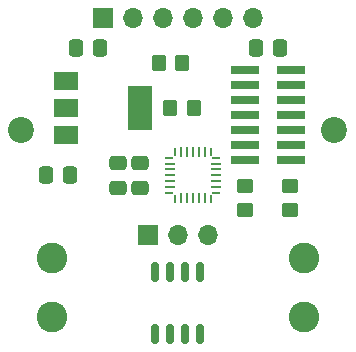
<source format=gts>
G04 #@! TF.GenerationSoftware,KiCad,Pcbnew,(6.0.7)*
G04 #@! TF.CreationDate,2022-10-10T17:08:23+03:00*
G04 #@! TF.ProjectId,DiLight_2.0,44694c69-6768-4745-9f32-2e302e6b6963,rev?*
G04 #@! TF.SameCoordinates,Original*
G04 #@! TF.FileFunction,Soldermask,Top*
G04 #@! TF.FilePolarity,Negative*
%FSLAX46Y46*%
G04 Gerber Fmt 4.6, Leading zero omitted, Abs format (unit mm)*
G04 Created by KiCad (PCBNEW (6.0.7)) date 2022-10-10 17:08:23*
%MOMM*%
%LPD*%
G01*
G04 APERTURE LIST*
G04 Aperture macros list*
%AMRoundRect*
0 Rectangle with rounded corners*
0 $1 Rounding radius*
0 $2 $3 $4 $5 $6 $7 $8 $9 X,Y pos of 4 corners*
0 Add a 4 corners polygon primitive as box body*
4,1,4,$2,$3,$4,$5,$6,$7,$8,$9,$2,$3,0*
0 Add four circle primitives for the rounded corners*
1,1,$1+$1,$2,$3*
1,1,$1+$1,$4,$5*
1,1,$1+$1,$6,$7*
1,1,$1+$1,$8,$9*
0 Add four rect primitives between the rounded corners*
20,1,$1+$1,$2,$3,$4,$5,0*
20,1,$1+$1,$4,$5,$6,$7,0*
20,1,$1+$1,$6,$7,$8,$9,0*
20,1,$1+$1,$8,$9,$2,$3,0*%
%AMFreePoly0*
4,1,14,0.230680,0.111820,0.364320,-0.021821,0.377500,-0.053642,0.377500,-0.080000,0.364320,-0.111820,0.332500,-0.125000,-0.332500,-0.125000,-0.364320,-0.111820,-0.377500,-0.080000,-0.377500,0.080000,-0.364320,0.111820,-0.332500,0.125000,0.198860,0.125000,0.230680,0.111820,0.230680,0.111820,$1*%
%AMFreePoly1*
4,1,14,0.364320,0.111820,0.377500,0.080000,0.377501,0.053640,0.364318,0.021819,0.230680,-0.111820,0.198860,-0.125000,-0.332500,-0.125000,-0.364320,-0.111820,-0.377500,-0.080000,-0.377500,0.080000,-0.364320,0.111820,-0.332500,0.125000,0.332500,0.125000,0.364320,0.111820,0.364320,0.111820,$1*%
%AMFreePoly2*
4,1,15,0.053642,0.377500,0.080000,0.377500,0.111820,0.364320,0.125000,0.332500,0.125000,-0.332500,0.111820,-0.364320,0.080000,-0.377500,-0.080000,-0.377500,-0.111820,-0.364320,-0.125000,-0.332500,-0.125000,0.198860,-0.111820,0.230680,0.021820,0.364320,0.053640,0.377501,0.053642,0.377500,0.053642,0.377500,$1*%
%AMFreePoly3*
4,1,14,-0.021820,0.364320,0.111820,0.230679,0.125000,0.198858,0.125000,-0.332500,0.111820,-0.364320,0.080000,-0.377500,-0.080000,-0.377500,-0.111820,-0.364320,-0.125000,-0.332500,-0.125000,0.332500,-0.111820,0.364320,-0.080000,0.377500,-0.053640,0.377500,-0.021820,0.364320,-0.021820,0.364320,$1*%
%AMFreePoly4*
4,1,14,0.364320,0.111820,0.377500,0.080000,0.377500,-0.080000,0.364320,-0.111820,0.332500,-0.125000,-0.198860,-0.125001,-0.230681,-0.111818,-0.364320,0.021820,-0.377500,0.053640,-0.377500,0.080000,-0.364320,0.111820,-0.332500,0.125000,0.332500,0.125000,0.364320,0.111820,0.364320,0.111820,$1*%
%AMFreePoly5*
4,1,15,-0.198858,0.125000,0.332500,0.125000,0.364320,0.111820,0.377500,0.080000,0.377500,-0.080000,0.364320,-0.111820,0.332500,-0.125000,-0.332500,-0.125000,-0.364320,-0.111820,-0.377500,-0.080000,-0.377500,-0.053640,-0.364320,-0.021820,-0.230680,0.111820,-0.198860,0.125001,-0.198858,0.125000,-0.198858,0.125000,$1*%
%AMFreePoly6*
4,1,14,0.111820,0.364320,0.125000,0.332500,0.125001,-0.198860,0.111818,-0.230681,-0.021820,-0.364320,-0.053640,-0.377500,-0.080000,-0.377500,-0.111820,-0.364320,-0.125000,-0.332500,-0.125000,0.332500,-0.111820,0.364320,-0.080000,0.377500,0.080000,0.377500,0.111820,0.364320,0.111820,0.364320,$1*%
%AMFreePoly7*
4,1,14,0.111820,0.364320,0.125000,0.332500,0.125000,-0.332500,0.111820,-0.364320,0.080000,-0.377500,0.053640,-0.377501,0.021819,-0.364318,-0.111820,-0.230680,-0.125000,-0.198860,-0.125000,0.332500,-0.111820,0.364320,-0.080000,0.377500,0.080000,0.377500,0.111820,0.364320,0.111820,0.364320,$1*%
G04 Aperture macros list end*
%ADD10R,1.700000X1.700000*%
%ADD11O,1.700000X1.700000*%
%ADD12RoundRect,0.250000X0.337500X0.475000X-0.337500X0.475000X-0.337500X-0.475000X0.337500X-0.475000X0*%
%ADD13C,2.200000*%
%ADD14R,2.400000X0.740000*%
%ADD15FreePoly0,0.000000*%
%ADD16RoundRect,0.062500X-0.375000X-0.062500X0.375000X-0.062500X0.375000X0.062500X-0.375000X0.062500X0*%
%ADD17FreePoly1,0.000000*%
%ADD18FreePoly2,0.000000*%
%ADD19RoundRect,0.062500X-0.062500X-0.375000X0.062500X-0.375000X0.062500X0.375000X-0.062500X0.375000X0*%
%ADD20FreePoly3,0.000000*%
%ADD21FreePoly4,0.000000*%
%ADD22FreePoly5,0.000000*%
%ADD23FreePoly6,0.000000*%
%ADD24FreePoly7,0.000000*%
%ADD25RoundRect,0.250000X-0.475000X0.337500X-0.475000X-0.337500X0.475000X-0.337500X0.475000X0.337500X0*%
%ADD26RoundRect,0.250000X-0.450000X0.350000X-0.450000X-0.350000X0.450000X-0.350000X0.450000X0.350000X0*%
%ADD27RoundRect,0.250000X-0.337500X-0.475000X0.337500X-0.475000X0.337500X0.475000X-0.337500X0.475000X0*%
%ADD28R,2.000000X1.500000*%
%ADD29R,2.000000X3.800000*%
%ADD30RoundRect,0.250000X-0.350000X-0.450000X0.350000X-0.450000X0.350000X0.450000X-0.350000X0.450000X0*%
%ADD31RoundRect,0.150000X-0.150000X0.675000X-0.150000X-0.675000X0.150000X-0.675000X0.150000X0.675000X0*%
%ADD32C,2.600000*%
G04 APERTURE END LIST*
D10*
X33035000Y-36830000D03*
D11*
X35575000Y-36830000D03*
X38115000Y-36830000D03*
D12*
X26437500Y-31750000D03*
X24362500Y-31750000D03*
D13*
X22320000Y-27940000D03*
D14*
X45130000Y-30480000D03*
X41230000Y-30480000D03*
X45130000Y-29210000D03*
X41230000Y-29210000D03*
X45130000Y-27940000D03*
X41230000Y-27940000D03*
X45130000Y-26670000D03*
X41230000Y-26670000D03*
X45130000Y-25400000D03*
X41230000Y-25400000D03*
X45130000Y-24130000D03*
X41230000Y-24130000D03*
X45130000Y-22860000D03*
X41230000Y-22860000D03*
D15*
X34832500Y-30250000D03*
D16*
X34892500Y-30750000D03*
X34892500Y-31250000D03*
X34892500Y-31750000D03*
X34892500Y-32250000D03*
X34892500Y-32750000D03*
D17*
X34832500Y-33250000D03*
D18*
X35330000Y-33747500D03*
D19*
X35830000Y-33687500D03*
X36330000Y-33687500D03*
X36830000Y-33687500D03*
X37330000Y-33687500D03*
X37830000Y-33687500D03*
D20*
X38330000Y-33747500D03*
D21*
X38827500Y-33250000D03*
D16*
X38767500Y-32750000D03*
X38767500Y-32250000D03*
X38767500Y-31750000D03*
X38767500Y-31250000D03*
X38767500Y-30750000D03*
D22*
X38827500Y-30250000D03*
D23*
X38330000Y-29752500D03*
D19*
X37830000Y-29812500D03*
X37330000Y-29812500D03*
X36830000Y-29812500D03*
X36330000Y-29812500D03*
X35830000Y-29812500D03*
D24*
X35330000Y-29752500D03*
D25*
X30480000Y-30712500D03*
X30480000Y-32787500D03*
D26*
X41275000Y-32655000D03*
X41275000Y-34655000D03*
D27*
X42142500Y-20955000D03*
X44217500Y-20955000D03*
D28*
X26060000Y-23735000D03*
D29*
X32360000Y-26035000D03*
D28*
X26060000Y-26035000D03*
X26060000Y-28335000D03*
D30*
X33925000Y-22225000D03*
X35925000Y-22225000D03*
X34920000Y-26035000D03*
X36920000Y-26035000D03*
D13*
X48820000Y-27940000D03*
D25*
X32385000Y-30712500D03*
X32385000Y-32787500D03*
D10*
X29210000Y-18415000D03*
D11*
X31750000Y-18415000D03*
X34290000Y-18415000D03*
X36830000Y-18415000D03*
X39370000Y-18415000D03*
X41910000Y-18415000D03*
D12*
X28977500Y-20955000D03*
X26902500Y-20955000D03*
D26*
X45085000Y-32655000D03*
X45085000Y-34655000D03*
D31*
X33655000Y-39920000D03*
X36195000Y-45170000D03*
X33655000Y-45170000D03*
X34925000Y-45170000D03*
X37465000Y-45170000D03*
X37465000Y-39920000D03*
X36195000Y-39920000D03*
X34925000Y-39920000D03*
D32*
X46220000Y-43775000D03*
X46220000Y-38775000D03*
X24900000Y-38775000D03*
X24900000Y-43775000D03*
M02*

</source>
